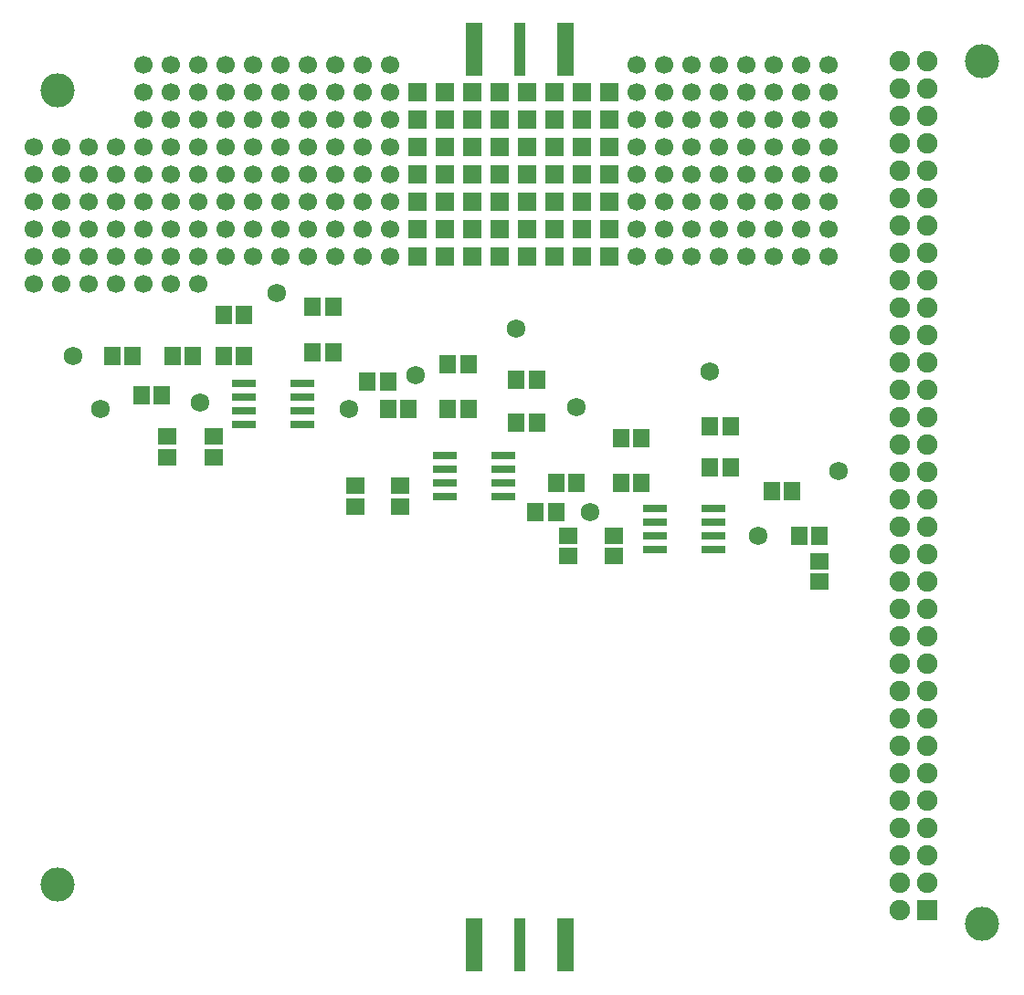
<source format=gbr>
G04 DipTrace 3.3.1.3*
G04 TopMask.gbr*
%MOIN*%
G04 #@! TF.FileFunction,Soldermask,Top*
G04 #@! TF.Part,Single*
%ADD27C,0.125*%
%ADD33R,0.08662X0.031502*%
%ADD35C,0.06788*%
%ADD37R,0.066935X0.066935*%
%ADD39C,0.066935*%
%ADD41C,0.074809*%
%ADD43R,0.074809X0.074809*%
%ADD45R,0.041738X0.193707*%
%ADD47R,0.06103X0.193707*%
%ADD49R,0.066935X0.059061*%
%ADD51R,0.059061X0.066935*%
%FSLAX26Y26*%
G04*
G70*
G90*
G75*
G01*
G04 TopMask*
%LPD*%
D51*
X2976462Y2263759D3*
X3051266D3*
X2976462Y2413760D3*
X3051266D3*
X795163Y2670008D3*
X869966D3*
X1201414Y2820010D3*
X1276217D3*
X2020213Y2638760D3*
X2095016D3*
D49*
X1845213Y2195008D3*
Y2120205D3*
X1682713Y2195008D3*
Y2120205D3*
X2626462Y2013758D3*
Y1938955D3*
X2457713Y2013758D3*
Y1938955D3*
D51*
X2651462Y2370008D3*
X2726266D3*
X2270213Y2426260D3*
X2345016D3*
X2270213Y2582510D3*
X2345016D3*
D49*
X3376413Y1845008D3*
Y1919812D3*
X1163914Y2376259D3*
Y2301456D3*
X995163Y2376259D3*
Y2301456D3*
D51*
X1526462Y2682508D3*
X1601266D3*
X1526462Y2851259D3*
X1601266D3*
D27*
X595213Y3638758D3*
Y738759D3*
X3970213Y595008D3*
Y3745008D3*
D47*
X2113964Y520008D3*
X2448609D3*
D45*
X2281287D3*
D47*
X2448609Y3788758D3*
X2113964D3*
D45*
X2281287D3*
D43*
X3770213Y645008D3*
D41*
X3670213D3*
X3770213Y745008D3*
X3670213D3*
X3770213Y845008D3*
X3670213D3*
X3770213Y945008D3*
X3670213D3*
X3770213Y1045008D3*
X3670213D3*
X3770213Y1145008D3*
X3670213D3*
X3770213Y1245008D3*
X3670213D3*
X3770213Y1345008D3*
X3670213D3*
X3770213Y1445008D3*
X3670213D3*
X3770213Y1545008D3*
X3670213D3*
X3770213Y1645008D3*
X3670213D3*
X3770213Y1745008D3*
X3670213D3*
X3770213Y1845008D3*
X3670213D3*
X3770213Y1945008D3*
X3670213D3*
X3770213Y2045008D3*
X3670213D3*
X3770213Y2145008D3*
X3670213D3*
X3770213Y2245008D3*
X3670213D3*
X3770213Y2345008D3*
X3670213D3*
X3770213Y2445008D3*
X3670213D3*
X3770213Y2545008D3*
X3670213D3*
X3770213Y2645008D3*
X3670213D3*
X3770213Y2745008D3*
X3670213D3*
X3770213Y2845008D3*
X3670213D3*
X3770213Y2945008D3*
X3670213D3*
X3770213Y3045008D3*
X3670213D3*
X3770213Y3145008D3*
X3670213D3*
X3770213Y3245008D3*
X3670213D3*
X3770213Y3345008D3*
X3670213D3*
X3770213Y3445008D3*
X3670213D3*
X3770213Y3545008D3*
X3670213D3*
X3770213Y3645008D3*
X3670213D3*
X3770213Y3745008D3*
X3670213D3*
D39*
X907713Y3632508D3*
D37*
X1907713D3*
D39*
X907713Y3532508D3*
Y3432508D3*
Y3332508D3*
Y3232508D3*
Y3132508D3*
Y3032508D3*
Y2932508D3*
Y3732508D3*
X1007713D3*
Y3632508D3*
Y3532508D3*
Y3432508D3*
Y3332508D3*
Y3232508D3*
Y3132508D3*
Y3032508D3*
Y2932508D3*
X1107713Y3732508D3*
Y3632508D3*
Y3532508D3*
Y3432508D3*
Y3332508D3*
Y3232508D3*
Y3132508D3*
Y3032508D3*
Y2932508D3*
X1207713Y3732508D3*
Y3632508D3*
Y3532508D3*
Y3432508D3*
Y3332508D3*
Y3232508D3*
Y3132508D3*
Y3032508D3*
X1307713Y3732508D3*
Y3632508D3*
Y3532508D3*
Y3432508D3*
Y3332508D3*
Y3232508D3*
Y3132508D3*
Y3032508D3*
X1407713Y3732508D3*
Y3632508D3*
Y3532508D3*
Y3432508D3*
Y3332508D3*
Y3232508D3*
Y3132508D3*
Y3032508D3*
X1507713Y3732508D3*
X1607713D3*
X1707713D3*
X1807713D3*
X1507713Y3632508D3*
X1607713D3*
X1707713D3*
X1807713D3*
Y3532508D3*
X1707713D3*
X1607713D3*
X1507713D3*
Y3432508D3*
X1607713D3*
X1707713D3*
X1807713D3*
Y3332508D3*
X1707713D3*
X1607713D3*
X1507713D3*
Y3232508D3*
X1607713D3*
X1707713D3*
X1807713D3*
Y3132508D3*
X1707713D3*
X1607713D3*
X1507713D3*
Y3032508D3*
X1607713D3*
X1707713D3*
X1807713D3*
X507713Y3432508D3*
X607713D3*
X707713D3*
X807713D3*
Y3332508D3*
Y3232508D3*
Y3132508D3*
Y3032508D3*
Y2932508D3*
X707713D3*
X607713D3*
X507713D3*
Y3032508D3*
Y3132508D3*
Y3232508D3*
Y3332508D3*
X607713D3*
Y3232508D3*
Y3132508D3*
Y3032508D3*
X707713D3*
Y3132508D3*
Y3232508D3*
Y3332508D3*
X2707713Y3732508D3*
Y3632508D3*
Y3532508D3*
Y3432508D3*
Y3332508D3*
Y3232508D3*
Y3132508D3*
Y3032508D3*
X2807713Y3732508D3*
Y3632508D3*
Y3532508D3*
Y3432508D3*
Y3332508D3*
Y3232508D3*
Y3132508D3*
Y3032508D3*
X2907713Y3732508D3*
Y3632508D3*
Y3532508D3*
Y3432508D3*
Y3332508D3*
Y3232508D3*
Y3132508D3*
Y3032508D3*
X3007713Y3732508D3*
Y3632508D3*
Y3532508D3*
Y3432508D3*
Y3332508D3*
Y3232508D3*
Y3132508D3*
Y3032508D3*
X3107713Y3732508D3*
Y3632508D3*
Y3532508D3*
Y3432508D3*
Y3332508D3*
Y3232508D3*
Y3132508D3*
Y3032508D3*
X3207713Y3732508D3*
Y3632508D3*
Y3532508D3*
Y3432508D3*
Y3332508D3*
Y3232508D3*
Y3132508D3*
Y3032508D3*
X3307713Y3732508D3*
Y3632508D3*
Y3532508D3*
Y3432508D3*
Y3332508D3*
Y3232508D3*
Y3132508D3*
Y3032508D3*
X3407713Y3732508D3*
Y3632508D3*
Y3532508D3*
Y3432508D3*
Y3332508D3*
Y3232508D3*
Y3132508D3*
Y3032508D3*
D37*
X1907713Y3532508D3*
Y3432508D3*
Y3332508D3*
X2007713Y3632508D3*
Y3532508D3*
Y3432508D3*
Y3332508D3*
X1907713Y3232508D3*
Y3132508D3*
Y3032508D3*
X2007713Y3232508D3*
Y3132508D3*
Y3032508D3*
X2107713Y3632508D3*
Y3532508D3*
Y3432508D3*
Y3332508D3*
X2207713Y3632508D3*
Y3532508D3*
Y3432508D3*
Y3332508D3*
X2107713Y3232508D3*
Y3132508D3*
Y3032508D3*
X2207713Y3232508D3*
Y3132508D3*
Y3032508D3*
X2307713Y3632508D3*
Y3532508D3*
Y3432508D3*
Y3332508D3*
X2407713Y3632508D3*
Y3532508D3*
Y3432508D3*
Y3332508D3*
X2307713Y3232508D3*
Y3132508D3*
Y3032508D3*
X2407713Y3232508D3*
Y3132508D3*
Y3032508D3*
X2507713Y3632508D3*
Y3532508D3*
Y3432508D3*
Y3332508D3*
X2607713Y3632508D3*
Y3532508D3*
Y3432508D3*
Y3332508D3*
X2507713Y3232508D3*
Y3132508D3*
Y3032508D3*
X2607713Y3232508D3*
Y3132508D3*
Y3032508D3*
D51*
X1801414Y2476260D3*
X1876217D3*
X2020213D3*
X2095016D3*
X2413962Y2207510D3*
X2488766D3*
X2651462D3*
X2726266D3*
X3301414Y2013759D3*
X3376217D3*
X901413Y2526259D3*
X976216D3*
X1726413Y2576259D3*
X1801216D3*
X2338913Y2101259D3*
X2413716D3*
X3201413Y2176259D3*
X3276216D3*
X1013914Y2670008D3*
X1088717D3*
X1201414D3*
X1276217D3*
D35*
X2488913Y2482510D3*
X3445163Y2251259D3*
X3151414Y2013760D3*
X1657663Y2476258D3*
X1395163Y2901259D3*
X2270163Y2770010D3*
X2976413Y2613759D3*
X751413Y2476259D3*
X1113913Y2501259D3*
X1901413Y2601259D3*
X2538913Y2101259D3*
X651413Y2670008D3*
D33*
X2776414Y2113760D3*
Y2063760D3*
Y2013760D3*
Y1963760D3*
X2989012D3*
Y2013760D3*
Y2063760D3*
Y2113760D3*
X1276414Y2570010D3*
Y2520010D3*
Y2470010D3*
Y2420010D3*
X1489012D3*
Y2470010D3*
Y2520010D3*
Y2570010D3*
X2007663Y2307510D3*
Y2257510D3*
Y2207510D3*
Y2157510D3*
X2220262D3*
Y2207510D3*
Y2257510D3*
Y2307510D3*
M02*

</source>
